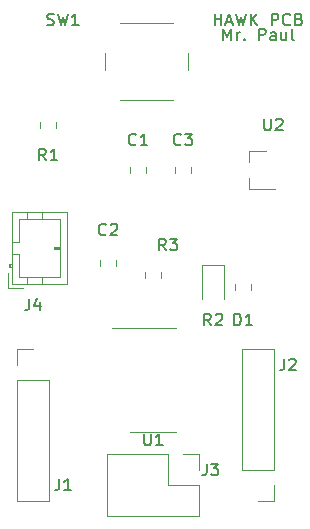
<source format=gbr>
G04 #@! TF.GenerationSoftware,KiCad,Pcbnew,5.1.5+dfsg1-2build2*
G04 #@! TF.CreationDate,2021-03-19T14:08:30-04:00*
G04 #@! TF.ProjectId,hawk,6861776b-2e6b-4696-9361-645f70636258,rev?*
G04 #@! TF.SameCoordinates,Original*
G04 #@! TF.FileFunction,Legend,Top*
G04 #@! TF.FilePolarity,Positive*
%FSLAX46Y46*%
G04 Gerber Fmt 4.6, Leading zero omitted, Abs format (unit mm)*
G04 Created by KiCad (PCBNEW 5.1.5+dfsg1-2build2) date 2021-03-19 14:08:30*
%MOMM*%
%LPD*%
G04 APERTURE LIST*
%ADD10C,0.150000*%
%ADD11C,0.120000*%
G04 APERTURE END LIST*
D10*
X141851428Y-77922380D02*
X141851428Y-76922380D01*
X142184761Y-77636666D01*
X142518095Y-76922380D01*
X142518095Y-77922380D01*
X142994285Y-77922380D02*
X142994285Y-77255714D01*
X142994285Y-77446190D02*
X143041904Y-77350952D01*
X143089523Y-77303333D01*
X143184761Y-77255714D01*
X143280000Y-77255714D01*
X143613333Y-77827142D02*
X143660952Y-77874761D01*
X143613333Y-77922380D01*
X143565714Y-77874761D01*
X143613333Y-77827142D01*
X143613333Y-77922380D01*
X144851428Y-77922380D02*
X144851428Y-76922380D01*
X145232380Y-76922380D01*
X145327619Y-76970000D01*
X145375238Y-77017619D01*
X145422857Y-77112857D01*
X145422857Y-77255714D01*
X145375238Y-77350952D01*
X145327619Y-77398571D01*
X145232380Y-77446190D01*
X144851428Y-77446190D01*
X146280000Y-77922380D02*
X146280000Y-77398571D01*
X146232380Y-77303333D01*
X146137142Y-77255714D01*
X145946666Y-77255714D01*
X145851428Y-77303333D01*
X146280000Y-77874761D02*
X146184761Y-77922380D01*
X145946666Y-77922380D01*
X145851428Y-77874761D01*
X145803809Y-77779523D01*
X145803809Y-77684285D01*
X145851428Y-77589047D01*
X145946666Y-77541428D01*
X146184761Y-77541428D01*
X146280000Y-77493809D01*
X147184761Y-77255714D02*
X147184761Y-77922380D01*
X146756190Y-77255714D02*
X146756190Y-77779523D01*
X146803809Y-77874761D01*
X146899047Y-77922380D01*
X147041904Y-77922380D01*
X147137142Y-77874761D01*
X147184761Y-77827142D01*
X147803809Y-77922380D02*
X147708571Y-77874761D01*
X147660952Y-77779523D01*
X147660952Y-76922380D01*
X141113333Y-76652380D02*
X141113333Y-75652380D01*
X141113333Y-76128571D02*
X141684761Y-76128571D01*
X141684761Y-76652380D02*
X141684761Y-75652380D01*
X142113333Y-76366666D02*
X142589523Y-76366666D01*
X142018095Y-76652380D02*
X142351428Y-75652380D01*
X142684761Y-76652380D01*
X142922857Y-75652380D02*
X143160952Y-76652380D01*
X143351428Y-75938095D01*
X143541904Y-76652380D01*
X143780000Y-75652380D01*
X144160952Y-76652380D02*
X144160952Y-75652380D01*
X144732380Y-76652380D02*
X144303809Y-76080952D01*
X144732380Y-75652380D02*
X144160952Y-76223809D01*
X145922857Y-76652380D02*
X145922857Y-75652380D01*
X146303809Y-75652380D01*
X146399047Y-75700000D01*
X146446666Y-75747619D01*
X146494285Y-75842857D01*
X146494285Y-75985714D01*
X146446666Y-76080952D01*
X146399047Y-76128571D01*
X146303809Y-76176190D01*
X145922857Y-76176190D01*
X147494285Y-76557142D02*
X147446666Y-76604761D01*
X147303809Y-76652380D01*
X147208571Y-76652380D01*
X147065714Y-76604761D01*
X146970476Y-76509523D01*
X146922857Y-76414285D01*
X146875238Y-76223809D01*
X146875238Y-76080952D01*
X146922857Y-75890476D01*
X146970476Y-75795238D01*
X147065714Y-75700000D01*
X147208571Y-75652380D01*
X147303809Y-75652380D01*
X147446666Y-75700000D01*
X147494285Y-75747619D01*
X148256190Y-76128571D02*
X148399047Y-76176190D01*
X148446666Y-76223809D01*
X148494285Y-76319047D01*
X148494285Y-76461904D01*
X148446666Y-76557142D01*
X148399047Y-76604761D01*
X148303809Y-76652380D01*
X147922857Y-76652380D01*
X147922857Y-75652380D01*
X148256190Y-75652380D01*
X148351428Y-75700000D01*
X148399047Y-75747619D01*
X148446666Y-75842857D01*
X148446666Y-75938095D01*
X148399047Y-76033333D01*
X148351428Y-76080952D01*
X148256190Y-76128571D01*
X147922857Y-76128571D01*
D11*
X133910000Y-89161252D02*
X133910000Y-88638748D01*
X135330000Y-89161252D02*
X135330000Y-88638748D01*
X131370000Y-97026252D02*
X131370000Y-96503748D01*
X132790000Y-97026252D02*
X132790000Y-96503748D01*
X139140000Y-89161252D02*
X139140000Y-88638748D01*
X137720000Y-89161252D02*
X137720000Y-88638748D01*
X141930000Y-99815000D02*
X141930000Y-96955000D01*
X141930000Y-96955000D02*
X140010000Y-96955000D01*
X140010000Y-96955000D02*
X140010000Y-99815000D01*
X124400000Y-116900000D02*
X127060000Y-116900000D01*
X124400000Y-106680000D02*
X124400000Y-116900000D01*
X127060000Y-106680000D02*
X127060000Y-116900000D01*
X124400000Y-106680000D02*
X127060000Y-106680000D01*
X124400000Y-105410000D02*
X124400000Y-104080000D01*
X124400000Y-104080000D02*
X125730000Y-104080000D01*
X146110000Y-116900000D02*
X144780000Y-116900000D01*
X146110000Y-115570000D02*
X146110000Y-116900000D01*
X146110000Y-114300000D02*
X143450000Y-114300000D01*
X143450000Y-114300000D02*
X143450000Y-104080000D01*
X146110000Y-114300000D02*
X146110000Y-104080000D01*
X146110000Y-104080000D02*
X143450000Y-104080000D01*
X132020000Y-112970000D02*
X132020000Y-118170000D01*
X137160000Y-112970000D02*
X132020000Y-112970000D01*
X139760000Y-118170000D02*
X132020000Y-118170000D01*
X137160000Y-112970000D02*
X137160000Y-115570000D01*
X137160000Y-115570000D02*
X139760000Y-115570000D01*
X139760000Y-115570000D02*
X139760000Y-118170000D01*
X138430000Y-112970000D02*
X139760000Y-112970000D01*
X139760000Y-112970000D02*
X139760000Y-114300000D01*
X123920000Y-98580000D02*
X128640000Y-98580000D01*
X128640000Y-98580000D02*
X128640000Y-92460000D01*
X128640000Y-92460000D02*
X123920000Y-92460000D01*
X123920000Y-92460000D02*
X123920000Y-98580000D01*
X123920000Y-96820000D02*
X123720000Y-96820000D01*
X123720000Y-96820000D02*
X123720000Y-97120000D01*
X123720000Y-97120000D02*
X123920000Y-97120000D01*
X123820000Y-96820000D02*
X123820000Y-97120000D01*
X123920000Y-96020000D02*
X124530000Y-96020000D01*
X124530000Y-96020000D02*
X124530000Y-97970000D01*
X124530000Y-97970000D02*
X128030000Y-97970000D01*
X128030000Y-97970000D02*
X128030000Y-93070000D01*
X128030000Y-93070000D02*
X124530000Y-93070000D01*
X124530000Y-93070000D02*
X124530000Y-95020000D01*
X124530000Y-95020000D02*
X123920000Y-95020000D01*
X125230000Y-98580000D02*
X125230000Y-97970000D01*
X126530000Y-98580000D02*
X126530000Y-97970000D01*
X125230000Y-92460000D02*
X125230000Y-93070000D01*
X126530000Y-92460000D02*
X126530000Y-93070000D01*
X128030000Y-95620000D02*
X127530000Y-95620000D01*
X127530000Y-95620000D02*
X127530000Y-95420000D01*
X127530000Y-95420000D02*
X128030000Y-95420000D01*
X128030000Y-95520000D02*
X127530000Y-95520000D01*
X123620000Y-97630000D02*
X123620000Y-98880000D01*
X123620000Y-98880000D02*
X124870000Y-98880000D01*
X126290000Y-85351252D02*
X126290000Y-84828748D01*
X127710000Y-85351252D02*
X127710000Y-84828748D01*
X144220000Y-99076252D02*
X144220000Y-98553748D01*
X142800000Y-99076252D02*
X142800000Y-98553748D01*
X136600000Y-97528748D02*
X136600000Y-98051252D01*
X135180000Y-97528748D02*
X135180000Y-98051252D01*
X133080000Y-82970000D02*
X137580000Y-82970000D01*
X131830000Y-78970000D02*
X131830000Y-80470000D01*
X137580000Y-76470000D02*
X133080000Y-76470000D01*
X138830000Y-80470000D02*
X138830000Y-78970000D01*
X135890000Y-111115000D02*
X137840000Y-111115000D01*
X135890000Y-111115000D02*
X133940000Y-111115000D01*
X135890000Y-102245000D02*
X137840000Y-102245000D01*
X135890000Y-102245000D02*
X132440000Y-102245000D01*
X144020000Y-87320000D02*
X144020000Y-88250000D01*
X144020000Y-90480000D02*
X144020000Y-89550000D01*
X144020000Y-90480000D02*
X146180000Y-90480000D01*
X144020000Y-87320000D02*
X145480000Y-87320000D01*
D10*
X134453333Y-86717142D02*
X134405714Y-86764761D01*
X134262857Y-86812380D01*
X134167619Y-86812380D01*
X134024761Y-86764761D01*
X133929523Y-86669523D01*
X133881904Y-86574285D01*
X133834285Y-86383809D01*
X133834285Y-86240952D01*
X133881904Y-86050476D01*
X133929523Y-85955238D01*
X134024761Y-85860000D01*
X134167619Y-85812380D01*
X134262857Y-85812380D01*
X134405714Y-85860000D01*
X134453333Y-85907619D01*
X135405714Y-86812380D02*
X134834285Y-86812380D01*
X135120000Y-86812380D02*
X135120000Y-85812380D01*
X135024761Y-85955238D01*
X134929523Y-86050476D01*
X134834285Y-86098095D01*
X131913333Y-94337142D02*
X131865714Y-94384761D01*
X131722857Y-94432380D01*
X131627619Y-94432380D01*
X131484761Y-94384761D01*
X131389523Y-94289523D01*
X131341904Y-94194285D01*
X131294285Y-94003809D01*
X131294285Y-93860952D01*
X131341904Y-93670476D01*
X131389523Y-93575238D01*
X131484761Y-93480000D01*
X131627619Y-93432380D01*
X131722857Y-93432380D01*
X131865714Y-93480000D01*
X131913333Y-93527619D01*
X132294285Y-93527619D02*
X132341904Y-93480000D01*
X132437142Y-93432380D01*
X132675238Y-93432380D01*
X132770476Y-93480000D01*
X132818095Y-93527619D01*
X132865714Y-93622857D01*
X132865714Y-93718095D01*
X132818095Y-93860952D01*
X132246666Y-94432380D01*
X132865714Y-94432380D01*
X138263333Y-86717142D02*
X138215714Y-86764761D01*
X138072857Y-86812380D01*
X137977619Y-86812380D01*
X137834761Y-86764761D01*
X137739523Y-86669523D01*
X137691904Y-86574285D01*
X137644285Y-86383809D01*
X137644285Y-86240952D01*
X137691904Y-86050476D01*
X137739523Y-85955238D01*
X137834761Y-85860000D01*
X137977619Y-85812380D01*
X138072857Y-85812380D01*
X138215714Y-85860000D01*
X138263333Y-85907619D01*
X138596666Y-85812380D02*
X139215714Y-85812380D01*
X138882380Y-86193333D01*
X139025238Y-86193333D01*
X139120476Y-86240952D01*
X139168095Y-86288571D01*
X139215714Y-86383809D01*
X139215714Y-86621904D01*
X139168095Y-86717142D01*
X139120476Y-86764761D01*
X139025238Y-86812380D01*
X138739523Y-86812380D01*
X138644285Y-86764761D01*
X138596666Y-86717142D01*
X142771904Y-102052380D02*
X142771904Y-101052380D01*
X143010000Y-101052380D01*
X143152857Y-101100000D01*
X143248095Y-101195238D01*
X143295714Y-101290476D01*
X143343333Y-101480952D01*
X143343333Y-101623809D01*
X143295714Y-101814285D01*
X143248095Y-101909523D01*
X143152857Y-102004761D01*
X143010000Y-102052380D01*
X142771904Y-102052380D01*
X144295714Y-102052380D02*
X143724285Y-102052380D01*
X144010000Y-102052380D02*
X144010000Y-101052380D01*
X143914761Y-101195238D01*
X143819523Y-101290476D01*
X143724285Y-101338095D01*
X127936666Y-115022380D02*
X127936666Y-115736666D01*
X127889047Y-115879523D01*
X127793809Y-115974761D01*
X127650952Y-116022380D01*
X127555714Y-116022380D01*
X128936666Y-116022380D02*
X128365238Y-116022380D01*
X128650952Y-116022380D02*
X128650952Y-115022380D01*
X128555714Y-115165238D01*
X128460476Y-115260476D01*
X128365238Y-115308095D01*
X146986666Y-104862380D02*
X146986666Y-105576666D01*
X146939047Y-105719523D01*
X146843809Y-105814761D01*
X146700952Y-105862380D01*
X146605714Y-105862380D01*
X147415238Y-104957619D02*
X147462857Y-104910000D01*
X147558095Y-104862380D01*
X147796190Y-104862380D01*
X147891428Y-104910000D01*
X147939047Y-104957619D01*
X147986666Y-105052857D01*
X147986666Y-105148095D01*
X147939047Y-105290952D01*
X147367619Y-105862380D01*
X147986666Y-105862380D01*
X140426666Y-113752380D02*
X140426666Y-114466666D01*
X140379047Y-114609523D01*
X140283809Y-114704761D01*
X140140952Y-114752380D01*
X140045714Y-114752380D01*
X140807619Y-113752380D02*
X141426666Y-113752380D01*
X141093333Y-114133333D01*
X141236190Y-114133333D01*
X141331428Y-114180952D01*
X141379047Y-114228571D01*
X141426666Y-114323809D01*
X141426666Y-114561904D01*
X141379047Y-114657142D01*
X141331428Y-114704761D01*
X141236190Y-114752380D01*
X140950476Y-114752380D01*
X140855238Y-114704761D01*
X140807619Y-114657142D01*
X125396666Y-99782380D02*
X125396666Y-100496666D01*
X125349047Y-100639523D01*
X125253809Y-100734761D01*
X125110952Y-100782380D01*
X125015714Y-100782380D01*
X126301428Y-100115714D02*
X126301428Y-100782380D01*
X126063333Y-99734761D02*
X125825238Y-100449047D01*
X126444285Y-100449047D01*
X126833333Y-88082380D02*
X126500000Y-87606190D01*
X126261904Y-88082380D02*
X126261904Y-87082380D01*
X126642857Y-87082380D01*
X126738095Y-87130000D01*
X126785714Y-87177619D01*
X126833333Y-87272857D01*
X126833333Y-87415714D01*
X126785714Y-87510952D01*
X126738095Y-87558571D01*
X126642857Y-87606190D01*
X126261904Y-87606190D01*
X127785714Y-88082380D02*
X127214285Y-88082380D01*
X127500000Y-88082380D02*
X127500000Y-87082380D01*
X127404761Y-87225238D01*
X127309523Y-87320476D01*
X127214285Y-87368095D01*
X140803333Y-102052380D02*
X140470000Y-101576190D01*
X140231904Y-102052380D02*
X140231904Y-101052380D01*
X140612857Y-101052380D01*
X140708095Y-101100000D01*
X140755714Y-101147619D01*
X140803333Y-101242857D01*
X140803333Y-101385714D01*
X140755714Y-101480952D01*
X140708095Y-101528571D01*
X140612857Y-101576190D01*
X140231904Y-101576190D01*
X141184285Y-101147619D02*
X141231904Y-101100000D01*
X141327142Y-101052380D01*
X141565238Y-101052380D01*
X141660476Y-101100000D01*
X141708095Y-101147619D01*
X141755714Y-101242857D01*
X141755714Y-101338095D01*
X141708095Y-101480952D01*
X141136666Y-102052380D01*
X141755714Y-102052380D01*
X136993333Y-95702380D02*
X136660000Y-95226190D01*
X136421904Y-95702380D02*
X136421904Y-94702380D01*
X136802857Y-94702380D01*
X136898095Y-94750000D01*
X136945714Y-94797619D01*
X136993333Y-94892857D01*
X136993333Y-95035714D01*
X136945714Y-95130952D01*
X136898095Y-95178571D01*
X136802857Y-95226190D01*
X136421904Y-95226190D01*
X137326666Y-94702380D02*
X137945714Y-94702380D01*
X137612380Y-95083333D01*
X137755238Y-95083333D01*
X137850476Y-95130952D01*
X137898095Y-95178571D01*
X137945714Y-95273809D01*
X137945714Y-95511904D01*
X137898095Y-95607142D01*
X137850476Y-95654761D01*
X137755238Y-95702380D01*
X137469523Y-95702380D01*
X137374285Y-95654761D01*
X137326666Y-95607142D01*
X126936666Y-76604761D02*
X127079523Y-76652380D01*
X127317619Y-76652380D01*
X127412857Y-76604761D01*
X127460476Y-76557142D01*
X127508095Y-76461904D01*
X127508095Y-76366666D01*
X127460476Y-76271428D01*
X127412857Y-76223809D01*
X127317619Y-76176190D01*
X127127142Y-76128571D01*
X127031904Y-76080952D01*
X126984285Y-76033333D01*
X126936666Y-75938095D01*
X126936666Y-75842857D01*
X126984285Y-75747619D01*
X127031904Y-75700000D01*
X127127142Y-75652380D01*
X127365238Y-75652380D01*
X127508095Y-75700000D01*
X127841428Y-75652380D02*
X128079523Y-76652380D01*
X128270000Y-75938095D01*
X128460476Y-76652380D01*
X128698571Y-75652380D01*
X129603333Y-76652380D02*
X129031904Y-76652380D01*
X129317619Y-76652380D02*
X129317619Y-75652380D01*
X129222380Y-75795238D01*
X129127142Y-75890476D01*
X129031904Y-75938095D01*
X135128095Y-111212380D02*
X135128095Y-112021904D01*
X135175714Y-112117142D01*
X135223333Y-112164761D01*
X135318571Y-112212380D01*
X135509047Y-112212380D01*
X135604285Y-112164761D01*
X135651904Y-112117142D01*
X135699523Y-112021904D01*
X135699523Y-111212380D01*
X136699523Y-112212380D02*
X136128095Y-112212380D01*
X136413809Y-112212380D02*
X136413809Y-111212380D01*
X136318571Y-111355238D01*
X136223333Y-111450476D01*
X136128095Y-111498095D01*
X145288095Y-84542380D02*
X145288095Y-85351904D01*
X145335714Y-85447142D01*
X145383333Y-85494761D01*
X145478571Y-85542380D01*
X145669047Y-85542380D01*
X145764285Y-85494761D01*
X145811904Y-85447142D01*
X145859523Y-85351904D01*
X145859523Y-84542380D01*
X146288095Y-84637619D02*
X146335714Y-84590000D01*
X146430952Y-84542380D01*
X146669047Y-84542380D01*
X146764285Y-84590000D01*
X146811904Y-84637619D01*
X146859523Y-84732857D01*
X146859523Y-84828095D01*
X146811904Y-84970952D01*
X146240476Y-85542380D01*
X146859523Y-85542380D01*
M02*

</source>
